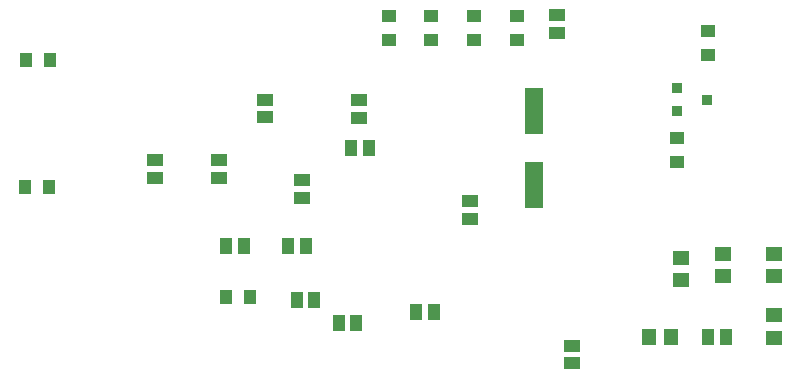
<source format=gbp>
G04*
G04 #@! TF.GenerationSoftware,Altium Limited,Altium Designer,18.1.6 (161)*
G04*
G04 Layer_Color=128*
%FSLAX25Y25*%
%MOIN*%
G70*
G01*
G75*
%ADD18R,0.05512X0.04724*%
%ADD19R,0.05000X0.03937*%
%ADD20R,0.03937X0.05000*%
%ADD21R,0.04724X0.05512*%
%ADD29R,0.05512X0.04331*%
%ADD75R,0.06299X0.15748*%
%ADD76R,0.04331X0.05512*%
%ADD78R,0.03740X0.03543*%
D18*
X267014Y69728D02*
D03*
Y62248D02*
D03*
X266810Y90161D02*
D03*
Y82681D02*
D03*
X235788Y81277D02*
D03*
Y88757D02*
D03*
X249952Y82604D02*
D03*
Y90084D02*
D03*
D19*
X244740Y156439D02*
D03*
Y164439D02*
D03*
X234666Y128711D02*
D03*
Y120711D02*
D03*
X138386Y161507D02*
D03*
Y169507D02*
D03*
X166859Y161507D02*
D03*
Y169507D02*
D03*
X181096Y161507D02*
D03*
Y169507D02*
D03*
X152623Y161507D02*
D03*
Y169507D02*
D03*
D20*
X84316Y75784D02*
D03*
X92316D02*
D03*
X17191Y112353D02*
D03*
X25192D02*
D03*
X25479Y154880D02*
D03*
X17479D02*
D03*
D21*
X232668Y62406D02*
D03*
X225188D02*
D03*
D29*
X199574Y53599D02*
D03*
Y59505D02*
D03*
X128553Y135524D02*
D03*
Y141429D02*
D03*
X165652Y101890D02*
D03*
Y107795D02*
D03*
X97097Y135590D02*
D03*
Y141496D02*
D03*
X60595Y115480D02*
D03*
Y121386D02*
D03*
X81861Y115416D02*
D03*
Y121322D02*
D03*
X194517Y169608D02*
D03*
Y163703D02*
D03*
X109548Y114639D02*
D03*
Y108734D02*
D03*
D75*
X186793Y113242D02*
D03*
Y137651D02*
D03*
D76*
X127625Y67095D02*
D03*
X121720D02*
D03*
X104787Y92680D02*
D03*
X110693D02*
D03*
X244916Y62314D02*
D03*
X250822D02*
D03*
X131749Y125403D02*
D03*
X125844D02*
D03*
X153467Y70915D02*
D03*
X147562D02*
D03*
X113665Y74874D02*
D03*
X107760D02*
D03*
X90076Y92740D02*
D03*
X84170D02*
D03*
D78*
X234624Y137812D02*
D03*
X244467Y141552D02*
D03*
X234624Y145292D02*
D03*
M02*

</source>
